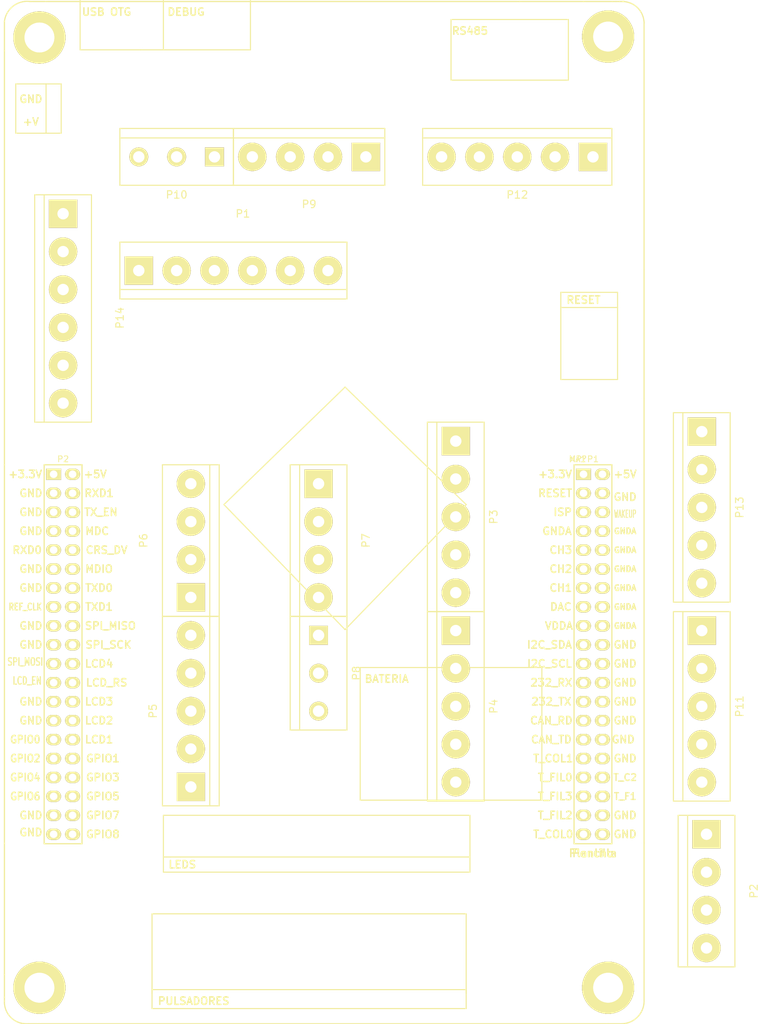
<source format=kicad_pcb>
(kicad_pcb (version 4) (host pcbnew "(2015-05-19 BZR 5670)-product")

  (general
    (links 90)
    (no_connects 90)
    (area 0 0 0 0)
    (thickness 1.6)
    (drawings 0)
    (tracks 0)
    (zones 0)
    (modules 16)
    (nets 45)
  )

  (page A4)
  (title_block
    (title "Poncho Grande - Modelo / Ejemplo")
    (date "mar 29 sep 2015")
    (rev 1.0)
    (company "Proyecto CIAA - COMPUTADORA INDUSTRIAL ABIERTA ARGENTINA")
    (comment 1 "Autores: Ver '../doc/CAMBIOS.txt'   Licencia: Ver '../doc/LICENCIA.txt'")
  )

  (layers
    (0 F.Cu signal)
    (31 B.Cu signal)
    (32 B.Adhes user)
    (33 F.Adhes user)
    (34 B.Paste user)
    (35 F.Paste user)
    (36 B.SilkS user)
    (37 F.SilkS user)
    (38 B.Mask user)
    (39 F.Mask user)
    (40 Dwgs.User user)
    (41 Cmts.User user)
    (42 Eco1.User user)
    (43 Eco2.User user)
    (44 Edge.Cuts user)
    (45 Margin user)
    (46 B.CrtYd user)
    (47 F.CrtYd user)
    (48 B.Fab user)
    (49 F.Fab user)
  )

  (setup
    (last_trace_width 0.25)
    (trace_clearance 0.2)
    (zone_clearance 0.508)
    (zone_45_only no)
    (trace_min 0.2)
    (segment_width 0.2)
    (edge_width 0.15)
    (via_size 0.6)
    (via_drill 0.4)
    (via_min_size 0.4)
    (via_min_drill 0.3)
    (uvia_size 0.3)
    (uvia_drill 0.1)
    (uvias_allowed no)
    (uvia_min_size 0.2)
    (uvia_min_drill 0.1)
    (pcb_text_width 0.3)
    (pcb_text_size 1.5 1.5)
    (mod_edge_width 0.15)
    (mod_text_size 0.000001 0.000001)
    (mod_text_width 0.15)
    (pad_size 1.4 1.4)
    (pad_drill 0.6)
    (pad_to_mask_clearance 0.2)
    (aux_axis_origin 0 0)
    (visible_elements 7FFEFFFF)
    (pcbplotparams
      (layerselection 0x00030_80000001)
      (usegerberextensions false)
      (excludeedgelayer true)
      (linewidth 0.100000)
      (plotframeref false)
      (viasonmask false)
      (mode 1)
      (useauxorigin false)
      (hpglpennumber 1)
      (hpglpenspeed 20)
      (hpglpendiameter 15)
      (hpglpenoverlay 2)
      (psnegative false)
      (psa4output false)
      (plotreference true)
      (plotvalue true)
      (plotinvisibletext false)
      (padsonsilk false)
      (subtractmaskfromsilk false)
      (outputformat 1)
      (mirror false)
      (drillshape 1)
      (scaleselection 1)
      (outputdirectory ""))
  )

  (net 0 "")
  (net 1 "/Circuito Principal/GPIO2")
  (net 2 "/Circuito Principal/GPIO3")
  (net 3 GND)
  (net 4 "/Circuito Principal/GPIO7")
  (net 5 "/Circuito Principal/GPIO8")
  (net 6 "/Circuito Principal/ADC1")
  (net 7 "/Circuito Principal/ADC2")
  (net 8 "/Circuito Principal/ADC3")
  (net 9 "/Circuito Principal/DAC")
  (net 10 GNDA)
  (net 11 "/Circuito Principal/RXD")
  (net 12 +5V)
  (net 13 "/Circuito Principal/TXD")
  (net 14 "/Circuito Principal/COL0")
  (net 15 "/Circuito Principal/COL1")
  (net 16 "/Circuito Principal/COL2")
  (net 17 "/Circuito Principal/F1")
  (net 18 "/Circuito Principal/F2")
  (net 19 "/Circuito Principal/F0")
  (net 20 "/Circuito Principal/F3")
  (net 21 "/Circuito Principal/LCD4")
  (net 22 "/Circuito Principal/LCD_EN")
  (net 23 "/Circuito Principal/RS")
  (net 24 +3.3VP)
  (net 25 "/Circuito Principal/GPIO0")
  (net 26 "/Circuito Principal/RD")
  (net 27 "/Circuito Principal/TD")
  (net 28 "/Circuito Principal/SDA")
  (net 29 "/Conector del Poncho/SCL")
  (net 30 "/Circuito Principal/spiCCK")
  (net 31 "/Circuito Principal/MOSI")
  (net 32 "/Circuito Principal/MISO")
  (net 33 "/Circuito Principal/ISP")
  (net 34 "/Circuito Principal/WAKEUP")
  (net 35 "/Circuito Principal/RESET")
  (net 36 "/Circuito Principal/GPIO4")
  (net 37 "/Circuito Principal/GPIO5")
  (net 38 "/Circuito Principal/GPIO6")
  (net 39 "/Circuito Principal/LCD1")
  (net 40 "/Circuito Principal/LCD2")
  (net 41 "/Circuito Principal/LCD3")
  (net 42 +3.3V)
  (net 43 +5VP)
  (net 44 "/Circuito Principal/GPIO1")

  (net_class Default "This is the default net class."
    (clearance 0.2)
    (trace_width 0.25)
    (via_dia 0.6)
    (via_drill 0.4)
    (uvia_dia 0.3)
    (uvia_drill 0.1)
    (add_net +3.3V)
    (add_net +3.3VP)
    (add_net +5V)
    (add_net +5VP)
    (add_net "/Circuito Principal/ADC1")
    (add_net "/Circuito Principal/ADC2")
    (add_net "/Circuito Principal/ADC3")
    (add_net "/Circuito Principal/COL0")
    (add_net "/Circuito Principal/COL1")
    (add_net "/Circuito Principal/COL2")
    (add_net "/Circuito Principal/DAC")
    (add_net "/Circuito Principal/F0")
    (add_net "/Circuito Principal/F1")
    (add_net "/Circuito Principal/F2")
    (add_net "/Circuito Principal/F3")
    (add_net "/Circuito Principal/GPIO0")
    (add_net "/Circuito Principal/GPIO1")
    (add_net "/Circuito Principal/GPIO2")
    (add_net "/Circuito Principal/GPIO3")
    (add_net "/Circuito Principal/GPIO4")
    (add_net "/Circuito Principal/GPIO5")
    (add_net "/Circuito Principal/GPIO6")
    (add_net "/Circuito Principal/GPIO7")
    (add_net "/Circuito Principal/GPIO8")
    (add_net "/Circuito Principal/ISP")
    (add_net "/Circuito Principal/LCD1")
    (add_net "/Circuito Principal/LCD2")
    (add_net "/Circuito Principal/LCD3")
    (add_net "/Circuito Principal/LCD4")
    (add_net "/Circuito Principal/LCD_EN")
    (add_net "/Circuito Principal/MISO")
    (add_net "/Circuito Principal/MOSI")
    (add_net "/Circuito Principal/RD")
    (add_net "/Circuito Principal/RESET")
    (add_net "/Circuito Principal/RS")
    (add_net "/Circuito Principal/RXD")
    (add_net "/Circuito Principal/SDA")
    (add_net "/Circuito Principal/TD")
    (add_net "/Circuito Principal/TXD")
    (add_net "/Circuito Principal/WAKEUP")
    (add_net "/Circuito Principal/spiCCK")
    (add_net "/Conector del Poncho/SCL")
    (add_net GND)
    (add_net GNDA)
  )

  (module mod:bornier6 (layer F.Cu) (tedit 0) (tstamp 560ADCA2)
    (at 91.44 64.77)
    (descr "Bornier d'alimentation 4 pins")
    (tags DEV)
    (path /560A0C1A/560BF117)
    (fp_text reference P1 (at 1.27 -7.62) (layer F.SilkS)
      (effects (font (size 1 1) (thickness 0.15)))
    )
    (fp_text value CONN_6 (at 0 7.62) (layer F.Fab)
      (effects (font (size 1 1) (thickness 0.15)))
    )
    (fp_line (start -15.24 -3.81) (end -15.24 3.81) (layer F.SilkS) (width 0.15))
    (fp_line (start 15.24 3.81) (end 15.24 -3.81) (layer F.SilkS) (width 0.15))
    (fp_line (start -15.24 2.54) (end 15.24 2.54) (layer F.SilkS) (width 0.15))
    (fp_line (start -15.24 -3.81) (end 15.24 -3.81) (layer F.SilkS) (width 0.15))
    (fp_line (start -15.24 3.81) (end 15.24 3.81) (layer F.SilkS) (width 0.15))
    (pad 2 thru_hole circle (at -7.62 0) (size 3.81 3.81) (drill 1.524) (layers *.Cu *.Mask F.SilkS)
      (net 6 "/Circuito Principal/ADC1"))
    (pad 3 thru_hole circle (at -2.54 0) (size 3.81 3.81) (drill 1.524) (layers *.Cu *.Mask F.SilkS)
      (net 7 "/Circuito Principal/ADC2"))
    (pad 1 thru_hole rect (at -12.7 0) (size 3.81 3.81) (drill 1.524) (layers *.Cu *.Mask F.SilkS)
      (net 42 +3.3V))
    (pad 4 thru_hole circle (at 2.54 0) (size 3.81 3.81) (drill 1.524) (layers *.Cu *.Mask F.SilkS)
      (net 8 "/Circuito Principal/ADC3"))
    (pad 5 thru_hole circle (at 7.62 0) (size 3.81 3.81) (drill 1.524) (layers *.Cu *.Mask F.SilkS)
      (net 9 "/Circuito Principal/DAC"))
    (pad 6 thru_hole circle (at 12.7 0) (size 3.81 3.81) (drill 1.524) (layers *.Cu *.Mask F.SilkS)
      (net 10 GNDA))
    (model Connect.3dshapes/bornier6.wrl
      (at (xyz 0 0 0))
      (scale (xyz 1 1 1))
      (rotate (xyz 0 0 0))
    )
  )

  (module mod:bornier4 (layer F.Cu) (tedit 0) (tstamp 560ADCAF)
    (at 154.94 147.955 270)
    (descr "Bornier d'alimentation 4 pins")
    (tags DEV)
    (path /560A0C1A/560B3E7A)
    (fp_text reference P2 (at 0 -6.35 270) (layer F.SilkS)
      (effects (font (size 1 1) (thickness 0.15)))
    )
    (fp_text value CONN_4 (at 0 5.08 270) (layer F.Fab)
      (effects (font (size 1 1) (thickness 0.15)))
    )
    (fp_line (start -10.16 -3.81) (end -10.16 3.81) (layer F.SilkS) (width 0.15))
    (fp_line (start 10.16 3.81) (end 10.16 -3.81) (layer F.SilkS) (width 0.15))
    (fp_line (start 10.16 2.54) (end -10.16 2.54) (layer F.SilkS) (width 0.15))
    (fp_line (start -10.16 -3.81) (end 10.16 -3.81) (layer F.SilkS) (width 0.15))
    (fp_line (start -10.16 3.81) (end 10.16 3.81) (layer F.SilkS) (width 0.15))
    (pad 2 thru_hole circle (at -2.54 0 270) (size 3.81 3.81) (drill 1.524) (layers *.Cu *.Mask F.SilkS)
      (net 33 "/Circuito Principal/ISP"))
    (pad 3 thru_hole circle (at 2.54 0 270) (size 3.81 3.81) (drill 1.524) (layers *.Cu *.Mask F.SilkS)
      (net 34 "/Circuito Principal/WAKEUP"))
    (pad 1 thru_hole rect (at -7.62 0 270) (size 3.81 3.81) (drill 1.524) (layers *.Cu *.Mask F.SilkS)
      (net 35 "/Circuito Principal/RESET"))
    (pad 4 thru_hole circle (at 7.62 0 270) (size 3.81 3.81) (drill 1.524) (layers *.Cu *.Mask F.SilkS)
      (net 3 GND))
    (model Connect.3dshapes/bornier4.wrl
      (at (xyz 0 0 0))
      (scale (xyz 1 1 1))
      (rotate (xyz 0 0 0))
    )
  )

  (module mod:bornier5 (layer F.Cu) (tedit 0) (tstamp 560ADCBD)
    (at 121.285 97.79 270)
    (descr "Bornier d'alimentation 4 pins")
    (tags DEV)
    (path /560A0C1A/560AC334)
    (fp_text reference P3 (at 0 -5.08 270) (layer F.SilkS)
      (effects (font (size 1 1) (thickness 0.15)))
    )
    (fp_text value CONN_5 (at 0 5.08 270) (layer F.Fab)
      (effects (font (size 1 1) (thickness 0.15)))
    )
    (fp_line (start -12.7 3.81) (end 12.7 3.81) (layer F.SilkS) (width 0.15))
    (fp_line (start -12.7 2.54) (end 12.7 2.54) (layer F.SilkS) (width 0.15))
    (fp_line (start -12.7 -3.81) (end 12.7 -3.81) (layer F.SilkS) (width 0.15))
    (fp_line (start 12.7 -3.81) (end 12.7 3.81) (layer F.SilkS) (width 0.15))
    (fp_line (start -12.7 -3.81) (end -12.7 3.81) (layer F.SilkS) (width 0.15))
    (pad 2 thru_hole circle (at -5.08 0 270) (size 3.81 3.81) (drill 1.524) (layers *.Cu *.Mask F.SilkS)
      (net 42 +3.3V))
    (pad 3 thru_hole circle (at 0 0 270) (size 3.81 3.81) (drill 1.524) (layers *.Cu *.Mask F.SilkS)
      (net 14 "/Circuito Principal/COL0"))
    (pad 1 thru_hole rect (at -10.16 0 270) (size 3.81 3.81) (drill 1.524) (layers *.Cu *.Mask F.SilkS)
      (net 12 +5V))
    (pad 4 thru_hole circle (at 5.08 0 270) (size 3.81 3.81) (drill 1.524) (layers *.Cu *.Mask F.SilkS)
      (net 15 "/Circuito Principal/COL1"))
    (pad 5 thru_hole circle (at 10.16 0 270) (size 3.81 3.81) (drill 1.524) (layers *.Cu *.Mask F.SilkS)
      (net 16 "/Circuito Principal/COL2"))
    (model Connect.3dshapes/bornier5.wrl
      (at (xyz 0 0 0))
      (scale (xyz 1 1 1))
      (rotate (xyz 0 0 0))
    )
  )

  (module mod:bornier5 (layer F.Cu) (tedit 0) (tstamp 560ADCCB)
    (at 121.285 123.19 270)
    (descr "Bornier d'alimentation 4 pins")
    (tags DEV)
    (path /560A0C1A/560ACD76)
    (fp_text reference P4 (at 0 -5.08 270) (layer F.SilkS)
      (effects (font (size 1 1) (thickness 0.15)))
    )
    (fp_text value CONN_5 (at 0 5.08 270) (layer F.Fab)
      (effects (font (size 1 1) (thickness 0.15)))
    )
    (fp_line (start -12.7 3.81) (end 12.7 3.81) (layer F.SilkS) (width 0.15))
    (fp_line (start -12.7 2.54) (end 12.7 2.54) (layer F.SilkS) (width 0.15))
    (fp_line (start -12.7 -3.81) (end 12.7 -3.81) (layer F.SilkS) (width 0.15))
    (fp_line (start 12.7 -3.81) (end 12.7 3.81) (layer F.SilkS) (width 0.15))
    (fp_line (start -12.7 -3.81) (end -12.7 3.81) (layer F.SilkS) (width 0.15))
    (pad 2 thru_hole circle (at -5.08 0 270) (size 3.81 3.81) (drill 1.524) (layers *.Cu *.Mask F.SilkS)
      (net 17 "/Circuito Principal/F1"))
    (pad 3 thru_hole circle (at 0 0 270) (size 3.81 3.81) (drill 1.524) (layers *.Cu *.Mask F.SilkS)
      (net 18 "/Circuito Principal/F2"))
    (pad 1 thru_hole rect (at -10.16 0 270) (size 3.81 3.81) (drill 1.524) (layers *.Cu *.Mask F.SilkS)
      (net 19 "/Circuito Principal/F0"))
    (pad 4 thru_hole circle (at 5.08 0 270) (size 3.81 3.81) (drill 1.524) (layers *.Cu *.Mask F.SilkS)
      (net 20 "/Circuito Principal/F3"))
    (pad 5 thru_hole circle (at 10.16 0 270) (size 3.81 3.81) (drill 1.524) (layers *.Cu *.Mask F.SilkS)
      (net 3 GND))
    (model Connect.3dshapes/bornier5.wrl
      (at (xyz 0 0 0))
      (scale (xyz 1 1 1))
      (rotate (xyz 0 0 0))
    )
  )

  (module mod:bornier5 (layer F.Cu) (tedit 0) (tstamp 560ADCD9)
    (at 85.725 123.825 90)
    (descr "Bornier d'alimentation 4 pins")
    (tags DEV)
    (path /560A0C1A/560A4FF4)
    (fp_text reference P5 (at 0 -5.08 90) (layer F.SilkS)
      (effects (font (size 1 1) (thickness 0.15)))
    )
    (fp_text value CONN_5 (at 0 5.08 90) (layer F.Fab)
      (effects (font (size 1 1) (thickness 0.15)))
    )
    (fp_line (start -12.7 3.81) (end 12.7 3.81) (layer F.SilkS) (width 0.15))
    (fp_line (start -12.7 2.54) (end 12.7 2.54) (layer F.SilkS) (width 0.15))
    (fp_line (start -12.7 -3.81) (end 12.7 -3.81) (layer F.SilkS) (width 0.15))
    (fp_line (start 12.7 -3.81) (end 12.7 3.81) (layer F.SilkS) (width 0.15))
    (fp_line (start -12.7 -3.81) (end -12.7 3.81) (layer F.SilkS) (width 0.15))
    (pad 2 thru_hole circle (at -5.08 0 90) (size 3.81 3.81) (drill 1.524) (layers *.Cu *.Mask F.SilkS)
      (net 24 +3.3VP))
    (pad 3 thru_hole circle (at 0 0 90) (size 3.81 3.81) (drill 1.524) (layers *.Cu *.Mask F.SilkS)
      (net 39 "/Circuito Principal/LCD1"))
    (pad 1 thru_hole rect (at -10.16 0 90) (size 3.81 3.81) (drill 1.524) (layers *.Cu *.Mask F.SilkS)
      (net 43 +5VP))
    (pad 4 thru_hole circle (at 5.08 0 90) (size 3.81 3.81) (drill 1.524) (layers *.Cu *.Mask F.SilkS)
      (net 40 "/Circuito Principal/LCD2"))
    (pad 5 thru_hole circle (at 10.16 0 90) (size 3.81 3.81) (drill 1.524) (layers *.Cu *.Mask F.SilkS)
      (net 41 "/Circuito Principal/LCD3"))
    (model Connect.3dshapes/bornier5.wrl
      (at (xyz 0 0 0))
      (scale (xyz 1 1 1))
      (rotate (xyz 0 0 0))
    )
  )

  (module mod:bornier4 (layer F.Cu) (tedit 0) (tstamp 560ADCE6)
    (at 85.725 100.965 90)
    (descr "Bornier d'alimentation 4 pins")
    (tags DEV)
    (path /560A0C1A/560A4FE0)
    (fp_text reference P6 (at 0 -6.35 90) (layer F.SilkS)
      (effects (font (size 1 1) (thickness 0.15)))
    )
    (fp_text value CONN_4 (at 0 5.08 90) (layer F.Fab)
      (effects (font (size 1 1) (thickness 0.15)))
    )
    (fp_line (start -10.16 -3.81) (end -10.16 3.81) (layer F.SilkS) (width 0.15))
    (fp_line (start 10.16 3.81) (end 10.16 -3.81) (layer F.SilkS) (width 0.15))
    (fp_line (start 10.16 2.54) (end -10.16 2.54) (layer F.SilkS) (width 0.15))
    (fp_line (start -10.16 -3.81) (end 10.16 -3.81) (layer F.SilkS) (width 0.15))
    (fp_line (start -10.16 3.81) (end 10.16 3.81) (layer F.SilkS) (width 0.15))
    (pad 2 thru_hole circle (at -2.54 0 90) (size 3.81 3.81) (drill 1.524) (layers *.Cu *.Mask F.SilkS)
      (net 22 "/Circuito Principal/LCD_EN"))
    (pad 3 thru_hole circle (at 2.54 0 90) (size 3.81 3.81) (drill 1.524) (layers *.Cu *.Mask F.SilkS)
      (net 23 "/Circuito Principal/RS"))
    (pad 1 thru_hole rect (at -7.62 0 90) (size 3.81 3.81) (drill 1.524) (layers *.Cu *.Mask F.SilkS)
      (net 21 "/Circuito Principal/LCD4"))
    (pad 4 thru_hole circle (at 7.62 0 90) (size 3.81 3.81) (drill 1.524) (layers *.Cu *.Mask F.SilkS)
      (net 3 GND))
    (model Connect.3dshapes/bornier4.wrl
      (at (xyz 0 0 0))
      (scale (xyz 1 1 1))
      (rotate (xyz 0 0 0))
    )
  )

  (module mod:bornier4 (layer F.Cu) (tedit 0) (tstamp 560ADCF3)
    (at 102.87 100.965 270)
    (descr "Bornier d'alimentation 4 pins")
    (tags DEV)
    (path /560A0C1A/560A4F90)
    (fp_text reference P7 (at 0 -6.35 270) (layer F.SilkS)
      (effects (font (size 1 1) (thickness 0.15)))
    )
    (fp_text value CONN_4 (at 0 5.08 270) (layer F.Fab)
      (effects (font (size 1 1) (thickness 0.15)))
    )
    (fp_line (start -10.16 -3.81) (end -10.16 3.81) (layer F.SilkS) (width 0.15))
    (fp_line (start 10.16 3.81) (end 10.16 -3.81) (layer F.SilkS) (width 0.15))
    (fp_line (start 10.16 2.54) (end -10.16 2.54) (layer F.SilkS) (width 0.15))
    (fp_line (start -10.16 -3.81) (end 10.16 -3.81) (layer F.SilkS) (width 0.15))
    (fp_line (start -10.16 3.81) (end 10.16 3.81) (layer F.SilkS) (width 0.15))
    (pad 2 thru_hole circle (at -2.54 0 270) (size 3.81 3.81) (drill 1.524) (layers *.Cu *.Mask F.SilkS)
      (net 24 +3.3VP))
    (pad 3 thru_hole circle (at 2.54 0 270) (size 3.81 3.81) (drill 1.524) (layers *.Cu *.Mask F.SilkS)
      (net 25 "/Circuito Principal/GPIO0"))
    (pad 1 thru_hole rect (at -7.62 0 270) (size 3.81 3.81) (drill 1.524) (layers *.Cu *.Mask F.SilkS)
      (net 43 +5VP))
    (pad 4 thru_hole circle (at 7.62 0 270) (size 3.81 3.81) (drill 1.524) (layers *.Cu *.Mask F.SilkS)
      (net 44 "/Circuito Principal/GPIO1"))
    (model Connect.3dshapes/bornier4.wrl
      (at (xyz 0 0 0))
      (scale (xyz 1 1 1))
      (rotate (xyz 0 0 0))
    )
  )

  (module mod:bornier3 (layer F.Cu) (tedit 0) (tstamp 560ADCFF)
    (at 102.87 118.745 270)
    (descr "Bornier d'alimentation 3 pins")
    (tags DEV)
    (path /560A0C1A/560A4FA4)
    (fp_text reference P8 (at 0 -5.08 270) (layer F.SilkS)
      (effects (font (size 1 1) (thickness 0.15)))
    )
    (fp_text value CONN_3 (at 0 5.08 270) (layer F.Fab)
      (effects (font (size 1 1) (thickness 0.15)))
    )
    (fp_line (start -7.62 3.81) (end -7.62 -3.81) (layer F.SilkS) (width 0.15))
    (fp_line (start 7.62 3.81) (end 7.62 -3.81) (layer F.SilkS) (width 0.15))
    (fp_line (start -7.62 2.54) (end 7.62 2.54) (layer F.SilkS) (width 0.15))
    (fp_line (start -7.62 -3.81) (end 7.62 -3.81) (layer F.SilkS) (width 0.15))
    (fp_line (start -7.62 3.81) (end 7.62 3.81) (layer F.SilkS) (width 0.15))
    (pad 1 thru_hole rect (at -5.08 0 270) (size 2.54 2.54) (drill 1.524) (layers *.Cu *.Mask F.SilkS)
      (net 1 "/Circuito Principal/GPIO2"))
    (pad 2 thru_hole circle (at 0 0 270) (size 2.54 2.54) (drill 1.524) (layers *.Cu *.Mask F.SilkS)
      (net 2 "/Circuito Principal/GPIO3"))
    (pad 3 thru_hole circle (at 5.08 0 270) (size 2.54 2.54) (drill 1.524) (layers *.Cu *.Mask F.SilkS)
      (net 3 GND))
    (model Connect.3dshapes/bornier3.wrl
      (at (xyz 0 0 0))
      (scale (xyz 1 1 1))
      (rotate (xyz 0 0 0))
    )
  )

  (module mod:bornier4 (layer F.Cu) (tedit 0) (tstamp 560ADD0C)
    (at 101.6 49.53 180)
    (descr "Bornier d'alimentation 4 pins")
    (tags DEV)
    (path /560A0C1A/560A4FB8)
    (fp_text reference P9 (at 0 -6.35 180) (layer F.SilkS)
      (effects (font (size 1 1) (thickness 0.15)))
    )
    (fp_text value CONN_4 (at 0 5.08 180) (layer F.Fab)
      (effects (font (size 1 1) (thickness 0.15)))
    )
    (fp_line (start -10.16 -3.81) (end -10.16 3.81) (layer F.SilkS) (width 0.15))
    (fp_line (start 10.16 3.81) (end 10.16 -3.81) (layer F.SilkS) (width 0.15))
    (fp_line (start 10.16 2.54) (end -10.16 2.54) (layer F.SilkS) (width 0.15))
    (fp_line (start -10.16 -3.81) (end 10.16 -3.81) (layer F.SilkS) (width 0.15))
    (fp_line (start -10.16 3.81) (end 10.16 3.81) (layer F.SilkS) (width 0.15))
    (pad 2 thru_hole circle (at -2.54 0 180) (size 3.81 3.81) (drill 1.524) (layers *.Cu *.Mask F.SilkS)
      (net 36 "/Circuito Principal/GPIO4"))
    (pad 3 thru_hole circle (at 2.54 0 180) (size 3.81 3.81) (drill 1.524) (layers *.Cu *.Mask F.SilkS)
      (net 37 "/Circuito Principal/GPIO5"))
    (pad 1 thru_hole rect (at -7.62 0 180) (size 3.81 3.81) (drill 1.524) (layers *.Cu *.Mask F.SilkS)
      (net 43 +5VP))
    (pad 4 thru_hole circle (at 7.62 0 180) (size 3.81 3.81) (drill 1.524) (layers *.Cu *.Mask F.SilkS)
      (net 38 "/Circuito Principal/GPIO6"))
    (model Connect.3dshapes/bornier4.wrl
      (at (xyz 0 0 0))
      (scale (xyz 1 1 1))
      (rotate (xyz 0 0 0))
    )
  )

  (module mod:bornier3 (layer F.Cu) (tedit 0) (tstamp 560ADD18)
    (at 83.82 49.53 180)
    (descr "Bornier d'alimentation 3 pins")
    (tags DEV)
    (path /560A0C1A/560A4FCC)
    (fp_text reference P10 (at 0 -5.08 180) (layer F.SilkS)
      (effects (font (size 1 1) (thickness 0.15)))
    )
    (fp_text value CONN_3 (at 0 5.08 180) (layer F.Fab)
      (effects (font (size 1 1) (thickness 0.15)))
    )
    (fp_line (start -7.62 3.81) (end -7.62 -3.81) (layer F.SilkS) (width 0.15))
    (fp_line (start 7.62 3.81) (end 7.62 -3.81) (layer F.SilkS) (width 0.15))
    (fp_line (start -7.62 2.54) (end 7.62 2.54) (layer F.SilkS) (width 0.15))
    (fp_line (start -7.62 -3.81) (end 7.62 -3.81) (layer F.SilkS) (width 0.15))
    (fp_line (start -7.62 3.81) (end 7.62 3.81) (layer F.SilkS) (width 0.15))
    (pad 1 thru_hole rect (at -5.08 0 180) (size 2.54 2.54) (drill 1.524) (layers *.Cu *.Mask F.SilkS)
      (net 4 "/Circuito Principal/GPIO7"))
    (pad 2 thru_hole circle (at 0 0 180) (size 2.54 2.54) (drill 1.524) (layers *.Cu *.Mask F.SilkS)
      (net 5 "/Circuito Principal/GPIO8"))
    (pad 3 thru_hole circle (at 5.08 0 180) (size 2.54 2.54) (drill 1.524) (layers *.Cu *.Mask F.SilkS)
      (net 3 GND))
    (model Connect.3dshapes/bornier3.wrl
      (at (xyz 0 0 0))
      (scale (xyz 1 1 1))
      (rotate (xyz 0 0 0))
    )
  )

  (module mod:bornier5 (layer F.Cu) (tedit 0) (tstamp 560ADD26)
    (at 154.305 123.19 270)
    (descr "Bornier d'alimentation 4 pins")
    (tags DEV)
    (path /560A0C1A/560ACFE4)
    (fp_text reference P11 (at 0 -5.08 270) (layer F.SilkS)
      (effects (font (size 1 1) (thickness 0.15)))
    )
    (fp_text value CONN_5 (at 0 5.08 270) (layer F.Fab)
      (effects (font (size 1 1) (thickness 0.15)))
    )
    (fp_line (start -12.7 3.81) (end 12.7 3.81) (layer F.SilkS) (width 0.15))
    (fp_line (start -12.7 2.54) (end 12.7 2.54) (layer F.SilkS) (width 0.15))
    (fp_line (start -12.7 -3.81) (end 12.7 -3.81) (layer F.SilkS) (width 0.15))
    (fp_line (start 12.7 -3.81) (end 12.7 3.81) (layer F.SilkS) (width 0.15))
    (fp_line (start -12.7 -3.81) (end -12.7 3.81) (layer F.SilkS) (width 0.15))
    (pad 2 thru_hole circle (at -5.08 0 270) (size 3.81 3.81) (drill 1.524) (layers *.Cu *.Mask F.SilkS)
      (net 42 +3.3V))
    (pad 3 thru_hole circle (at 0 0 270) (size 3.81 3.81) (drill 1.524) (layers *.Cu *.Mask F.SilkS)
      (net 26 "/Circuito Principal/RD"))
    (pad 1 thru_hole rect (at -10.16 0 270) (size 3.81 3.81) (drill 1.524) (layers *.Cu *.Mask F.SilkS)
      (net 12 +5V))
    (pad 4 thru_hole circle (at 5.08 0 270) (size 3.81 3.81) (drill 1.524) (layers *.Cu *.Mask F.SilkS)
      (net 27 "/Circuito Principal/TD"))
    (pad 5 thru_hole circle (at 10.16 0 270) (size 3.81 3.81) (drill 1.524) (layers *.Cu *.Mask F.SilkS)
      (net 3 GND))
    (model Connect.3dshapes/bornier5.wrl
      (at (xyz 0 0 0))
      (scale (xyz 1 1 1))
      (rotate (xyz 0 0 0))
    )
  )

  (module mod:bornier5 (layer F.Cu) (tedit 0) (tstamp 560ADD34)
    (at 129.54 49.53 180)
    (descr "Bornier d'alimentation 4 pins")
    (tags DEV)
    (path /560A0C1A/560ACF78)
    (fp_text reference P12 (at 0 -5.08 180) (layer F.SilkS)
      (effects (font (size 1 1) (thickness 0.15)))
    )
    (fp_text value CONN_5 (at 0 5.08 180) (layer F.Fab)
      (effects (font (size 1 1) (thickness 0.15)))
    )
    (fp_line (start -12.7 3.81) (end 12.7 3.81) (layer F.SilkS) (width 0.15))
    (fp_line (start -12.7 2.54) (end 12.7 2.54) (layer F.SilkS) (width 0.15))
    (fp_line (start -12.7 -3.81) (end 12.7 -3.81) (layer F.SilkS) (width 0.15))
    (fp_line (start 12.7 -3.81) (end 12.7 3.81) (layer F.SilkS) (width 0.15))
    (fp_line (start -12.7 -3.81) (end -12.7 3.81) (layer F.SilkS) (width 0.15))
    (pad 2 thru_hole circle (at -5.08 0 180) (size 3.81 3.81) (drill 1.524) (layers *.Cu *.Mask F.SilkS)
      (net 42 +3.3V))
    (pad 3 thru_hole circle (at 0 0 180) (size 3.81 3.81) (drill 1.524) (layers *.Cu *.Mask F.SilkS)
      (net 28 "/Circuito Principal/SDA"))
    (pad 1 thru_hole rect (at -10.16 0 180) (size 3.81 3.81) (drill 1.524) (layers *.Cu *.Mask F.SilkS)
      (net 12 +5V))
    (pad 4 thru_hole circle (at 5.08 0 180) (size 3.81 3.81) (drill 1.524) (layers *.Cu *.Mask F.SilkS)
      (net 29 "/Conector del Poncho/SCL"))
    (pad 5 thru_hole circle (at 10.16 0 180) (size 3.81 3.81) (drill 1.524) (layers *.Cu *.Mask F.SilkS)
      (net 3 GND))
    (model Connect.3dshapes/bornier5.wrl
      (at (xyz 0 0 0))
      (scale (xyz 1 1 1))
      (rotate (xyz 0 0 0))
    )
  )

  (module mod:bornier5 (layer F.Cu) (tedit 0) (tstamp 560ADD42)
    (at 154.305 96.52 270)
    (descr "Bornier d'alimentation 4 pins")
    (tags DEV)
    (path /560A0C1A/560ACEFB)
    (fp_text reference P13 (at 0 -5.08 270) (layer F.SilkS)
      (effects (font (size 1 1) (thickness 0.15)))
    )
    (fp_text value CONN_5 (at 0 5.08 270) (layer F.Fab)
      (effects (font (size 1 1) (thickness 0.15)))
    )
    (fp_line (start -12.7 3.81) (end 12.7 3.81) (layer F.SilkS) (width 0.15))
    (fp_line (start -12.7 2.54) (end 12.7 2.54) (layer F.SilkS) (width 0.15))
    (fp_line (start -12.7 -3.81) (end 12.7 -3.81) (layer F.SilkS) (width 0.15))
    (fp_line (start 12.7 -3.81) (end 12.7 3.81) (layer F.SilkS) (width 0.15))
    (fp_line (start -12.7 -3.81) (end -12.7 3.81) (layer F.SilkS) (width 0.15))
    (pad 2 thru_hole circle (at -5.08 0 270) (size 3.81 3.81) (drill 1.524) (layers *.Cu *.Mask F.SilkS)
      (net 42 +3.3V))
    (pad 3 thru_hole circle (at 0 0 270) (size 3.81 3.81) (drill 1.524) (layers *.Cu *.Mask F.SilkS)
      (net 11 "/Circuito Principal/RXD"))
    (pad 1 thru_hole rect (at -10.16 0 270) (size 3.81 3.81) (drill 1.524) (layers *.Cu *.Mask F.SilkS)
      (net 12 +5V))
    (pad 4 thru_hole circle (at 5.08 0 270) (size 3.81 3.81) (drill 1.524) (layers *.Cu *.Mask F.SilkS)
      (net 13 "/Circuito Principal/TXD"))
    (pad 5 thru_hole circle (at 10.16 0 270) (size 3.81 3.81) (drill 1.524) (layers *.Cu *.Mask F.SilkS)
      (net 3 GND))
    (model Connect.3dshapes/bornier5.wrl
      (at (xyz 0 0 0))
      (scale (xyz 1 1 1))
      (rotate (xyz 0 0 0))
    )
  )

  (module mod:bornier6 (layer F.Cu) (tedit 0) (tstamp 560ADD51)
    (at 68.58 69.85 270)
    (descr "Bornier d'alimentation 4 pins")
    (tags DEV)
    (path /560A0C1A/560AC673)
    (fp_text reference P14 (at 1.27 -7.62 270) (layer F.SilkS)
      (effects (font (size 1 1) (thickness 0.15)))
    )
    (fp_text value CONN_6 (at 0 7.62 270) (layer F.Fab)
      (effects (font (size 1 1) (thickness 0.15)))
    )
    (fp_line (start -15.24 -3.81) (end -15.24 3.81) (layer F.SilkS) (width 0.15))
    (fp_line (start 15.24 3.81) (end 15.24 -3.81) (layer F.SilkS) (width 0.15))
    (fp_line (start -15.24 2.54) (end 15.24 2.54) (layer F.SilkS) (width 0.15))
    (fp_line (start -15.24 -3.81) (end 15.24 -3.81) (layer F.SilkS) (width 0.15))
    (fp_line (start -15.24 3.81) (end 15.24 3.81) (layer F.SilkS) (width 0.15))
    (pad 2 thru_hole circle (at -7.62 0 270) (size 3.81 3.81) (drill 1.524) (layers *.Cu *.Mask F.SilkS)
      (net 24 +3.3VP))
    (pad 3 thru_hole circle (at -2.54 0 270) (size 3.81 3.81) (drill 1.524) (layers *.Cu *.Mask F.SilkS)
      (net 30 "/Circuito Principal/spiCCK"))
    (pad 1 thru_hole rect (at -12.7 0 270) (size 3.81 3.81) (drill 1.524) (layers *.Cu *.Mask F.SilkS)
      (net 43 +5VP))
    (pad 4 thru_hole circle (at 2.54 0 270) (size 3.81 3.81) (drill 1.524) (layers *.Cu *.Mask F.SilkS)
      (net 31 "/Circuito Principal/MOSI"))
    (pad 5 thru_hole circle (at 7.62 0 270) (size 3.81 3.81) (drill 1.524) (layers *.Cu *.Mask F.SilkS)
      (net 32 "/Circuito Principal/MISO"))
    (pad 6 thru_hole circle (at 12.7 0 270) (size 3.81 3.81) (drill 1.524) (layers *.Cu *.Mask F.SilkS)
      (net 3 GND))
    (model Connect.3dshapes/bornier6.wrl
      (at (xyz 0 0 0))
      (scale (xyz 1 1 1))
      (rotate (xyz 0 0 0))
    )
  )

  (module mod:poncho_grande (layer F.Cu) (tedit 0) (tstamp 560ADE24)
    (at 138.43 92.075)
    (tags CONN)
    (path /560A0C15/560A30D2)
    (fp_text reference XA1 (at -0.762 -2.032 180) (layer F.SilkS)
      (effects (font (size 0.8 0.8) (thickness 0.12)))
    )
    (fp_text value Poncho (at 1.27 50.8) (layer F.SilkS)
      (effects (font (size 1.016 1.016) (thickness 0.2032)))
    )
    (fp_arc (start -74.803 70.739) (end -74.93 73.66) (angle 90) (layer F.SilkS) (width 0.15))
    (fp_arc (start 5.08 70.612) (end 8.128 70.485) (angle 90) (layer F.SilkS) (width 0.15))
    (fp_arc (start 5.207 -60.452) (end 5.207 -63.373) (angle 90) (layer F.SilkS) (width 0.15))
    (fp_line (start -77.724 -60.706) (end -77.724 -56.769) (layer F.SilkS) (width 0.15))
    (fp_line (start -72.263 -63.373) (end -74.295 -63.373) (layer F.SilkS) (width 0.15))
    (fp_arc (start -74.676 -60.325) (end -77.724 -60.706) (angle 90) (layer F.SilkS) (width 0.15))
    (fp_line (start 5.461 -63.373) (end 4.826 -63.373) (layer F.SilkS) (width 0.15))
    (fp_line (start 8.128 -60.579) (end 8.128 -60.706) (layer F.SilkS) (width 0.15))
    (fp_line (start 8.128 -60.706) (end 8.128 -60.452) (layer F.SilkS) (width 0.15))
    (fp_line (start 3.937 -63.373) (end 4.826 -63.373) (layer F.SilkS) (width 0.15))
    (fp_line (start 0 -63.373) (end 3.937 -63.373) (layer F.SilkS) (width 0.15))
    (fp_line (start 8.128 -58.293) (end 8.128 -60.579) (layer F.SilkS) (width 0.15))
    (fp_line (start 0 -63.373) (end -8.636 -63.373) (layer F.SilkS) (width 0.15))
    (fp_line (start -8.636 -63.373) (end -72.136 -63.373) (layer F.SilkS) (width 0.15))
    (fp_line (start -77.724 -1.27) (end -77.724 -56.769) (layer F.SilkS) (width 0.15))
    (fp_line (start 8.128 -1.27) (end 8.128 -10.16) (layer F.SilkS) (width 0.15))
    (fp_line (start 8.128 -10.16) (end 8.128 -27.432) (layer F.SilkS) (width 0.15))
    (fp_line (start 8.128 -27.432) (end 8.128 -48.26) (layer F.SilkS) (width 0.15))
    (fp_line (start 8.128 -48.26) (end 8.128 -55.499) (layer F.SilkS) (width 0.15))
    (fp_line (start 8.128 -55.499) (end 8.128 -58.293) (layer F.SilkS) (width 0.15))
    (fp_line (start -77.724 70.612) (end -77.724 70.104) (layer F.SilkS) (width 0.15))
    (fp_line (start -74.422 73.66) (end -74.93 73.66) (layer F.SilkS) (width 0.15))
    (fp_line (start -73.025 73.66) (end -74.422 73.66) (layer F.SilkS) (width 0.15))
    (fp_line (start -77.724 67.056) (end -77.724 70.104) (layer F.SilkS) (width 0.15))
    (fp_line (start 3.302 73.66) (end 5.207 73.66) (layer F.SilkS) (width 0.15))
    (fp_line (start 8.128 66.802) (end 8.128 70.485) (layer F.SilkS) (width 0.15))
    (fp_line (start 8.128 49.403) (end 8.128 66.802) (layer F.SilkS) (width 0.15))
    (fp_line (start -77.724 49.403) (end -77.724 67.056) (layer F.SilkS) (width 0.15))
    (fp_line (start 3.302 73.66) (end -73.025 73.66) (layer F.SilkS) (width 0.15))
    (fp_text user GPIO8 (at -64.516 48.26) (layer F.SilkS)
      (effects (font (size 1 1) (thickness 0.2)))
    )
    (fp_text user GPIO7 (at -64.516 45.72) (layer F.SilkS)
      (effects (font (size 1 1) (thickness 0.2)))
    )
    (fp_text user GPIO5 (at -64.516 43.18) (layer F.SilkS)
      (effects (font (size 1 1) (thickness 0.2)))
    )
    (fp_text user GPIO3 (at -64.516 40.64) (layer F.SilkS)
      (effects (font (size 1 1) (thickness 0.2)))
    )
    (fp_text user GPIO1 (at -64.516 38.1) (layer F.SilkS)
      (effects (font (size 1 1) (thickness 0.2)))
    )
    (fp_text user LCD1 (at -65.024 35.56) (layer F.SilkS)
      (effects (font (size 1 1) (thickness 0.2)))
    )
    (fp_text user LCD2 (at -65.024 33.02) (layer F.SilkS)
      (effects (font (size 1 1) (thickness 0.2)))
    )
    (fp_text user LCD3 (at -65.024 30.48) (layer F.SilkS)
      (effects (font (size 1 1) (thickness 0.2)))
    )
    (fp_text user LCD_RS (at -64.008 27.94) (layer F.SilkS)
      (effects (font (size 1 1) (thickness 0.2)))
    )
    (fp_text user LCD4 (at -65.024 25.4) (layer F.SilkS)
      (effects (font (size 1 1) (thickness 0.2)))
    )
    (fp_text user SPI_SCK (at -63.754 22.86) (layer F.SilkS)
      (effects (font (size 1 1) (thickness 0.2)))
    )
    (fp_text user SPI_MISO (at -63.5 20.32) (layer F.SilkS)
      (effects (font (size 1 1) (thickness 0.2)))
    )
    (fp_text user TXD1 (at -65.024 17.78) (layer F.SilkS)
      (effects (font (size 1 1) (thickness 0.2)))
    )
    (fp_text user TXD0 (at -65.024 15.24) (layer F.SilkS)
      (effects (font (size 1 1) (thickness 0.2)))
    )
    (fp_text user MDIO (at -65.024 12.7) (layer F.SilkS)
      (effects (font (size 1 1) (thickness 0.2)))
    )
    (fp_text user CRS_DV (at -64.008 10.16) (layer F.SilkS)
      (effects (font (size 1 1) (thickness 0.2)))
    )
    (fp_text user MDC (at -65.278 7.62) (layer F.SilkS)
      (effects (font (size 1 1) (thickness 0.2)))
    )
    (fp_text user TX_EN (at -64.77 5.08) (layer F.SilkS)
      (effects (font (size 1 1) (thickness 0.2)))
    )
    (fp_text user RXD1 (at -65.024 2.54) (layer F.SilkS)
      (effects (font (size 1 1) (thickness 0.2)))
    )
    (fp_text user +5V (at -65.532 0) (layer F.SilkS)
      (effects (font (size 1 1) (thickness 0.2)))
    )
    (fp_text user GND (at -74.168 48.006) (layer F.SilkS)
      (effects (font (size 1 1) (thickness 0.2)))
    )
    (fp_text user GND (at -74.168 45.72) (layer F.SilkS)
      (effects (font (size 1 1) (thickness 0.2)))
    )
    (fp_text user GPIO6 (at -74.93 43.18) (layer F.SilkS)
      (effects (font (size 1 0.9) (thickness 0.2)))
    )
    (fp_text user GPIO4 (at -74.93 40.64) (layer F.SilkS)
      (effects (font (size 1 0.9) (thickness 0.2)))
    )
    (fp_text user GPIO2 (at -74.93 38.1) (layer F.SilkS)
      (effects (font (size 1 0.9) (thickness 0.2)))
    )
    (fp_text user GPIO0 (at -74.93 35.56) (layer F.SilkS)
      (effects (font (size 1 0.9) (thickness 0.2)))
    )
    (fp_text user GND (at -74.168 33.02) (layer F.SilkS)
      (effects (font (size 1 1) (thickness 0.2)))
    )
    (fp_text user GND (at -74.168 30.48) (layer F.SilkS)
      (effects (font (size 1 1) (thickness 0.2)))
    )
    (fp_text user LCD_EN (at -74.676 27.686) (layer F.SilkS)
      (effects (font (size 1 0.7) (thickness 0.17)))
    )
    (fp_text user SPI_MOSI (at -74.93 25.146) (layer F.SilkS)
      (effects (font (size 1 0.7) (thickness 0.17)))
    )
    (fp_text user GND (at -74.168 22.86) (layer F.SilkS)
      (effects (font (size 1 1) (thickness 0.2)))
    )
    (fp_text user GND (at -74.168 20.32) (layer F.SilkS)
      (effects (font (size 1 1) (thickness 0.2)))
    )
    (fp_text user REF_CLK (at -74.93 17.78) (layer F.SilkS)
      (effects (font (size 0.9 0.7) (thickness 0.175)))
    )
    (fp_text user GND (at -74.168 15.24) (layer F.SilkS)
      (effects (font (size 1 1) (thickness 0.2)))
    )
    (fp_text user GND (at -74.168 12.7) (layer F.SilkS)
      (effects (font (size 1 1) (thickness 0.2)))
    )
    (fp_text user GND (at -74.168 7.62) (layer F.SilkS)
      (effects (font (size 1 1) (thickness 0.2)))
    )
    (fp_text user RXD0 (at -74.676 10.16) (layer F.SilkS)
      (effects (font (size 1 1) (thickness 0.2)))
    )
    (fp_text user GND (at -74.168 5.08) (layer F.SilkS)
      (effects (font (size 1 1) (thickness 0.2)))
    )
    (fp_text user GND (at -74.168 2.54) (layer F.SilkS)
      (effects (font (size 1 1) (thickness 0.2)))
    )
    (fp_text user +3.3V (at -74.93 0) (layer F.SilkS)
      (effects (font (size 1 1) (thickness 0.2)))
    )
    (fp_text user GND (at 5.588 48.26) (layer F.SilkS)
      (effects (font (size 1 1) (thickness 0.2)))
    )
    (fp_text user GND (at 5.588 45.72) (layer F.SilkS)
      (effects (font (size 1 1) (thickness 0.2)))
    )
    (fp_text user T_F1 (at 5.588 43.18) (layer F.SilkS)
      (effects (font (size 0.9 0.9) (thickness 0.18)))
    )
    (fp_text user T_C2 (at 5.588 40.64) (layer F.SilkS)
      (effects (font (size 0.9 0.9) (thickness 0.18)))
    )
    (fp_text user GND (at 5.588 38.1) (layer F.SilkS)
      (effects (font (size 1 1) (thickness 0.2)))
    )
    (fp_text user GND (at 5.334 35.56) (layer F.SilkS)
      (effects (font (size 1 1) (thickness 0.2)))
    )
    (fp_text user GND (at 5.588 33.02) (layer F.SilkS)
      (effects (font (size 1 1) (thickness 0.2)))
    )
    (fp_text user GND (at 5.588 30.48) (layer F.SilkS)
      (effects (font (size 1 1) (thickness 0.2)))
    )
    (fp_text user GND (at 5.588 27.94) (layer F.SilkS)
      (effects (font (size 1 1) (thickness 0.2)))
    )
    (fp_text user GND (at 5.588 25.4) (layer F.SilkS)
      (effects (font (size 1 1) (thickness 0.2)))
    )
    (fp_text user GND (at 5.588 22.86) (layer F.SilkS)
      (effects (font (size 1 1) (thickness 0.2)))
    )
    (fp_text user GNDA (at 5.588 20.32) (layer F.SilkS)
      (effects (font (size 0.76 0.76) (thickness 0.19)))
    )
    (fp_text user GNDA (at 5.588 17.78) (layer F.SilkS)
      (effects (font (size 0.76 0.76) (thickness 0.19)))
    )
    (fp_text user GNDA (at 5.588 15.24) (layer F.SilkS)
      (effects (font (size 0.76 0.76) (thickness 0.19)))
    )
    (fp_text user GNDA (at 5.588 12.7) (layer F.SilkS)
      (effects (font (size 0.76 0.76) (thickness 0.19)))
    )
    (fp_text user GNDA (at 5.588 10.16) (layer F.SilkS)
      (effects (font (size 0.76 0.76) (thickness 0.19)))
    )
    (fp_text user GNDA (at 5.588 7.62) (layer F.SilkS)
      (effects (font (size 0.76 0.76) (thickness 0.19)))
    )
    (fp_text user WAKEUP (at 5.588 5.334) (layer F.SilkS)
      (effects (font (size 1 0.5) (thickness 0.125)))
    )
    (fp_text user GND (at 5.588 3.048) (layer F.SilkS)
      (effects (font (size 1 1) (thickness 0.2)))
    )
    (fp_text user +5V (at 5.588 0) (layer F.SilkS)
      (effects (font (size 1 1) (thickness 0.2)))
    )
    (fp_text user T_COL0 (at -4.064 48.26) (layer F.SilkS)
      (effects (font (size 1 1) (thickness 0.2)))
    )
    (fp_text user T_FIL2 (at -3.81 45.72) (layer F.SilkS)
      (effects (font (size 1 1) (thickness 0.2)))
    )
    (fp_text user T_FIL3 (at -3.81 43.18) (layer F.SilkS)
      (effects (font (size 1 1) (thickness 0.2)))
    )
    (fp_text user T_FIL0 (at -3.81 40.64) (layer F.SilkS)
      (effects (font (size 1 1) (thickness 0.2)))
    )
    (fp_text user T_COL1 (at -4.064 38.1) (layer F.SilkS)
      (effects (font (size 1 1) (thickness 0.2)))
    )
    (fp_text user CAN_TD (at -4.318 35.56) (layer F.SilkS)
      (effects (font (size 1 1) (thickness 0.2)))
    )
    (fp_text user CAN_RD (at -4.318 33.02) (layer F.SilkS)
      (effects (font (size 1 1) (thickness 0.2)))
    )
    (fp_text user 232_TX (at -4.318 30.48) (layer F.SilkS)
      (effects (font (size 1 1) (thickness 0.2)))
    )
    (fp_text user 232_RX (at -4.318 27.94) (layer F.SilkS)
      (effects (font (size 1 1) (thickness 0.2)))
    )
    (fp_text user I2C_SCL (at -4.572 25.4) (layer F.SilkS)
      (effects (font (size 1 1) (thickness 0.2)))
    )
    (fp_text user I2C_SDA (at -4.572 22.86) (layer F.SilkS)
      (effects (font (size 1 1) (thickness 0.2)))
    )
    (fp_text user VDDA (at -3.302 20.32) (layer F.SilkS)
      (effects (font (size 1 1) (thickness 0.2)))
    )
    (fp_text user DAC (at -3.048 17.78) (layer F.SilkS)
      (effects (font (size 1 1) (thickness 0.2)))
    )
    (fp_text user CH1 (at -3.048 15.24) (layer F.SilkS)
      (effects (font (size 1 1) (thickness 0.2)))
    )
    (fp_text user CH2 (at -3.048 12.7) (layer F.SilkS)
      (effects (font (size 1 1) (thickness 0.2)))
    )
    (fp_text user CH3 (at -3.048 10.16) (layer F.SilkS)
      (effects (font (size 1 1) (thickness 0.2)))
    )
    (fp_text user GNDA (at -3.556 7.62) (layer F.SilkS)
      (effects (font (size 1 1) (thickness 0.2)))
    )
    (fp_text user ISP (at -2.794 5.08) (layer F.SilkS)
      (effects (font (size 1 1) (thickness 0.2)))
    )
    (fp_text user RESET (at -3.81 2.54) (layer F.SilkS)
      (effects (font (size 1 1) (thickness 0.2)))
    )
    (fp_text user P2 (at -69.85 -2.032) (layer F.SilkS)
      (effects (font (size 0.8 0.8) (thickness 0.12)))
    )
    (fp_text user P1 (at 1.27 -2.032) (layer F.SilkS)
      (effects (font (size 0.8 0.8) (thickness 0.12)))
    )
    (fp_line (start -77.724 -1.27) (end -77.724 49.53) (layer F.SilkS) (width 0.15))
    (fp_line (start 8.128 0) (end 8.128 -1.27) (layer F.SilkS) (width 0.15))
    (fp_line (start 8.128 0) (end 8.128 49.53) (layer F.SilkS) (width 0.15))
    (fp_text user +3.3V (at -3.81 0) (layer F.SilkS)
      (effects (font (size 1 1) (thickness 0.2)))
    )
    (fp_line (start -72.39 0) (end -72.39 -1.27) (layer F.SilkS) (width 0.15))
    (fp_line (start -72.39 -1.27) (end -67.31 -1.27) (layer F.SilkS) (width 0.15))
    (fp_line (start -67.31 -1.27) (end -67.31 49.53) (layer F.SilkS) (width 0.15))
    (fp_line (start -67.31 49.53) (end -72.39 49.53) (layer F.SilkS) (width 0.15))
    (fp_line (start -72.39 49.53) (end -72.39 0) (layer F.SilkS) (width 0.15))
    (fp_line (start -1.27 49.53) (end -1.27 -1.27) (layer F.SilkS) (width 0.15))
    (fp_line (start 3.81 49.53) (end 3.81 -1.27) (layer F.SilkS) (width 0.15))
    (fp_line (start 3.81 49.53) (end -1.27 49.53) (layer F.SilkS) (width 0.15))
    (fp_line (start 3.81 -1.27) (end -1.27 -1.27) (layer F.SilkS) (width 0.15))
    (pad 1 thru_hole rect (at 0 0 270) (size 1.524 2) (drill 1.016) (layers *.Cu *.Mask F.SilkS)
      (net 42 +3.3V))
    (pad 2 thru_hole oval (at 2.54 0 270) (size 1.524 2) (drill 1.016) (layers *.Cu *.Mask F.SilkS)
      (net 12 +5V))
    (pad 11 thru_hole oval (at 0 12.7 270) (size 1.524 2) (drill 1.016) (layers *.Cu *.Mask F.SilkS)
      (net 7 "/Circuito Principal/ADC2"))
    (pad 4 thru_hole oval (at 2.54 2.54 270) (size 1.524 2) (drill 1.016) (layers *.Cu *.Mask F.SilkS)
      (net 3 GND))
    (pad 13 thru_hole oval (at 0 15.24 270) (size 1.524 2) (drill 1.016) (layers *.Cu *.Mask F.SilkS)
      (net 6 "/Circuito Principal/ADC1"))
    (pad 6 thru_hole oval (at 2.54 5.08 270) (size 1.524 2) (drill 1.016) (layers *.Cu *.Mask F.SilkS)
      (net 34 "/Circuito Principal/WAKEUP"))
    (pad 15 thru_hole oval (at 0 17.78 270) (size 1.524 2) (drill 1.016) (layers *.Cu *.Mask F.SilkS)
      (net 9 "/Circuito Principal/DAC"))
    (pad 8 thru_hole oval (at 2.54 7.62 270) (size 1.524 2) (drill 1.016) (layers *.Cu *.Mask F.SilkS)
      (net 10 GNDA))
    (pad 17 thru_hole oval (at 0 20.32 270) (size 1.524 2) (drill 1.016) (layers *.Cu *.Mask F.SilkS))
    (pad 10 thru_hole oval (at 2.54 10.16 270) (size 1.524 2) (drill 1.016) (layers *.Cu *.Mask F.SilkS)
      (net 10 GNDA))
    (pad 19 thru_hole oval (at 0 22.86 270) (size 1.524 2) (drill 1.016) (layers *.Cu *.Mask F.SilkS)
      (net 28 "/Circuito Principal/SDA"))
    (pad 12 thru_hole oval (at 2.54 12.7 270) (size 1.524 2) (drill 1.016) (layers *.Cu *.Mask F.SilkS)
      (net 10 GNDA))
    (pad 21 thru_hole oval (at 0 25.4 270) (size 1.524 2) (drill 1.016) (layers *.Cu *.Mask F.SilkS)
      (net 29 "/Conector del Poncho/SCL"))
    (pad 14 thru_hole oval (at 2.54 15.24 270) (size 1.524 2) (drill 1.016) (layers *.Cu *.Mask F.SilkS)
      (net 10 GNDA))
    (pad 23 thru_hole oval (at 0 27.94 270) (size 1.524 2) (drill 1.016) (layers *.Cu *.Mask F.SilkS)
      (net 11 "/Circuito Principal/RXD"))
    (pad 16 thru_hole oval (at 2.54 17.78 270) (size 1.524 2) (drill 1.016) (layers *.Cu *.Mask F.SilkS)
      (net 10 GNDA))
    (pad 25 thru_hole oval (at 0 30.48 270) (size 1.524 2) (drill 1.016) (layers *.Cu *.Mask F.SilkS)
      (net 13 "/Circuito Principal/TXD"))
    (pad 18 thru_hole oval (at 2.54 20.32 270) (size 1.524 2) (drill 1.016) (layers *.Cu *.Mask F.SilkS)
      (net 10 GNDA))
    (pad 27 thru_hole oval (at 0 33.02 270) (size 1.524 2) (drill 1.016) (layers *.Cu *.Mask F.SilkS)
      (net 26 "/Circuito Principal/RD"))
    (pad 20 thru_hole oval (at 2.54 22.86 270) (size 1.524 2) (drill 1.016) (layers *.Cu *.Mask F.SilkS)
      (net 3 GND))
    (pad 29 thru_hole oval (at 0 35.56 270) (size 1.524 2) (drill 1.016) (layers *.Cu *.Mask F.SilkS)
      (net 27 "/Circuito Principal/TD"))
    (pad 22 thru_hole oval (at 2.54 25.4 270) (size 1.524 2) (drill 1.016) (layers *.Cu *.Mask F.SilkS)
      (net 3 GND))
    (pad 31 thru_hole oval (at 0 38.1 270) (size 1.524 2) (drill 1.016) (layers *.Cu *.Mask F.SilkS)
      (net 15 "/Circuito Principal/COL1"))
    (pad 24 thru_hole oval (at 2.54 27.94 270) (size 1.524 2) (drill 1.016) (layers *.Cu *.Mask F.SilkS)
      (net 3 GND))
    (pad 26 thru_hole oval (at 2.54 30.48 270) (size 1.524 2) (drill 1.016) (layers *.Cu *.Mask F.SilkS)
      (net 3 GND))
    (pad 33 thru_hole oval (at 0 40.64 270) (size 1.524 2) (drill 1.016) (layers *.Cu *.Mask F.SilkS)
      (net 19 "/Circuito Principal/F0"))
    (pad 28 thru_hole oval (at 2.54 33.02 270) (size 1.524 2) (drill 1.016) (layers *.Cu *.Mask F.SilkS)
      (net 3 GND))
    (pad 32 thru_hole oval (at 2.54 38.1 270) (size 1.524 2) (drill 1.016) (layers *.Cu *.Mask F.SilkS)
      (net 3 GND))
    (pad 34 thru_hole oval (at 2.54 40.64 270) (size 1.524 2) (drill 1.016) (layers *.Cu *.Mask F.SilkS)
      (net 16 "/Circuito Principal/COL2"))
    (pad 36 thru_hole oval (at 2.54 43.18 270) (size 1.524 2) (drill 1.016) (layers *.Cu *.Mask F.SilkS)
      (net 17 "/Circuito Principal/F1"))
    (pad 38 thru_hole oval (at 2.54 45.72 270) (size 1.524 2) (drill 1.016) (layers *.Cu *.Mask F.SilkS)
      (net 3 GND))
    (pad 35 thru_hole oval (at 0 43.18 270) (size 1.524 2) (drill 1.016) (layers *.Cu *.Mask F.SilkS)
      (net 20 "/Circuito Principal/F3"))
    (pad 37 thru_hole oval (at 0 45.72 270) (size 1.524 2) (drill 1.016) (layers *.Cu *.Mask F.SilkS)
      (net 18 "/Circuito Principal/F2"))
    (pad 3 thru_hole oval (at 0 2.54 270) (size 1.524 2) (drill 1.016) (layers *.Cu *.Mask F.SilkS)
      (net 35 "/Circuito Principal/RESET"))
    (pad 5 thru_hole oval (at 0 5.08 270) (size 1.524 2) (drill 1.016) (layers *.Cu *.Mask F.SilkS)
      (net 33 "/Circuito Principal/ISP"))
    (pad 7 thru_hole oval (at 0 7.62 270) (size 1.524 2) (drill 1.016) (layers *.Cu *.Mask F.SilkS)
      (net 10 GNDA))
    (pad 9 thru_hole oval (at 0 10.16 270) (size 1.524 2) (drill 1.016) (layers *.Cu *.Mask F.SilkS)
      (net 8 "/Circuito Principal/ADC3"))
    (pad 39 thru_hole oval (at 0 48.26 270) (size 1.524 2) (drill 1.016) (layers *.Cu *.Mask F.SilkS)
      (net 14 "/Circuito Principal/COL0"))
    (pad 40 thru_hole oval (at 2.54 48.26 270) (size 1.524 2) (drill 1.016) (layers *.Cu *.Mask F.SilkS)
      (net 3 GND))
    (pad 30 thru_hole oval (at 2.54 35.56 270) (size 1.524 2) (drill 1.016) (layers *.Cu *.Mask F.SilkS)
      (net 3 GND))
    (pad 41 thru_hole rect (at -71.12 0 270) (size 1.524 2) (drill 1.016) (layers *.Cu *.Mask F.SilkS)
      (net 24 +3.3VP))
    (pad 42 thru_hole oval (at -68.58 0 270) (size 1.524 2) (drill 1.016) (layers *.Cu *.Mask F.SilkS)
      (net 43 +5VP))
    (pad 43 thru_hole oval (at -71.12 2.54 270) (size 1.524 2) (drill 1.016) (layers *.Cu *.Mask F.SilkS)
      (net 3 GND))
    (pad 44 thru_hole oval (at -68.58 2.54 270) (size 1.524 2) (drill 1.016) (layers *.Cu *.Mask F.SilkS))
    (pad 45 thru_hole oval (at -71.12 5.08 270) (size 1.524 2) (drill 1.016) (layers *.Cu *.Mask F.SilkS)
      (net 3 GND))
    (pad 46 thru_hole oval (at -68.58 5.08 270) (size 1.524 2) (drill 1.016) (layers *.Cu *.Mask F.SilkS))
    (pad 47 thru_hole oval (at -71.12 7.62 270) (size 1.524 2) (drill 1.016) (layers *.Cu *.Mask F.SilkS)
      (net 3 GND))
    (pad 48 thru_hole oval (at -68.58 7.62 270) (size 1.524 2) (drill 1.016) (layers *.Cu *.Mask F.SilkS))
    (pad 49 thru_hole oval (at -71.12 10.16 270) (size 1.524 2) (drill 1.016) (layers *.Cu *.Mask F.SilkS))
    (pad 50 thru_hole oval (at -68.58 10.16 270) (size 1.524 2) (drill 1.016) (layers *.Cu *.Mask F.SilkS))
    (pad 51 thru_hole oval (at -71.12 12.7 270) (size 1.524 2) (drill 1.016) (layers *.Cu *.Mask F.SilkS)
      (net 3 GND))
    (pad 52 thru_hole oval (at -68.58 12.7 270) (size 1.524 2) (drill 1.016) (layers *.Cu *.Mask F.SilkS))
    (pad 53 thru_hole oval (at -71.12 15.24 270) (size 1.524 2) (drill 1.016) (layers *.Cu *.Mask F.SilkS)
      (net 3 GND))
    (pad 54 thru_hole oval (at -68.58 15.24 270) (size 1.524 2) (drill 1.016) (layers *.Cu *.Mask F.SilkS))
    (pad 55 thru_hole oval (at -71.12 17.78 270) (size 1.524 2) (drill 1.016) (layers *.Cu *.Mask F.SilkS))
    (pad 56 thru_hole oval (at -68.58 17.78 270) (size 1.524 2) (drill 1.016) (layers *.Cu *.Mask F.SilkS))
    (pad 57 thru_hole oval (at -71.12 20.32 270) (size 1.524 2) (drill 1.016) (layers *.Cu *.Mask F.SilkS)
      (net 3 GND))
    (pad 58 thru_hole oval (at -68.58 20.32 270) (size 1.524 2) (drill 1.016) (layers *.Cu *.Mask F.SilkS)
      (net 32 "/Circuito Principal/MISO"))
    (pad 59 thru_hole oval (at -71.12 22.86 270) (size 1.524 2) (drill 1.016) (layers *.Cu *.Mask F.SilkS)
      (net 3 GND))
    (pad 60 thru_hole oval (at -68.58 22.86 270) (size 1.524 2) (drill 1.016) (layers *.Cu *.Mask F.SilkS)
      (net 30 "/Circuito Principal/spiCCK"))
    (pad 61 thru_hole oval (at -71.12 25.4 270) (size 1.524 2) (drill 1.016) (layers *.Cu *.Mask F.SilkS)
      (net 31 "/Circuito Principal/MOSI"))
    (pad 62 thru_hole oval (at -68.58 25.4 270) (size 1.524 2) (drill 1.016) (layers *.Cu *.Mask F.SilkS)
      (net 21 "/Circuito Principal/LCD4"))
    (pad 63 thru_hole oval (at -71.12 27.94 270) (size 1.524 2) (drill 1.016) (layers *.Cu *.Mask F.SilkS)
      (net 22 "/Circuito Principal/LCD_EN"))
    (pad 64 thru_hole oval (at -68.58 27.94 270) (size 1.524 2) (drill 1.016) (layers *.Cu *.Mask F.SilkS)
      (net 23 "/Circuito Principal/RS"))
    (pad 65 thru_hole oval (at -71.12 30.48 270) (size 1.524 2) (drill 1.016) (layers *.Cu *.Mask F.SilkS)
      (net 3 GND))
    (pad 66 thru_hole oval (at -68.58 30.48 270) (size 1.524 2) (drill 1.016) (layers *.Cu *.Mask F.SilkS)
      (net 41 "/Circuito Principal/LCD3"))
    (pad 67 thru_hole oval (at -71.12 33.02 270) (size 1.524 2) (drill 1.016) (layers *.Cu *.Mask F.SilkS)
      (net 3 GND))
    (pad 68 thru_hole oval (at -68.58 33.02 270) (size 1.524 2) (drill 1.016) (layers *.Cu *.Mask F.SilkS)
      (net 40 "/Circuito Principal/LCD2"))
    (pad 69 thru_hole oval (at -71.12 35.56 270) (size 1.524 2) (drill 1.016) (layers *.Cu *.Mask F.SilkS)
      (net 25 "/Circuito Principal/GPIO0"))
    (pad 70 thru_hole oval (at -68.58 35.56 270) (size 1.524 2) (drill 1.016) (layers *.Cu *.Mask F.SilkS)
      (net 39 "/Circuito Principal/LCD1"))
    (pad 71 thru_hole oval (at -71.12 38.1 270) (size 1.524 2) (drill 1.016) (layers *.Cu *.Mask F.SilkS)
      (net 1 "/Circuito Principal/GPIO2"))
    (pad 72 thru_hole oval (at -68.58 38.1 270) (size 1.524 2) (drill 1.016) (layers *.Cu *.Mask F.SilkS)
      (net 44 "/Circuito Principal/GPIO1"))
    (pad 73 thru_hole oval (at -71.12 40.64 270) (size 1.524 2) (drill 1.016) (layers *.Cu *.Mask F.SilkS)
      (net 36 "/Circuito Principal/GPIO4"))
    (pad 74 thru_hole oval (at -68.58 40.64 270) (size 1.524 2) (drill 1.016) (layers *.Cu *.Mask F.SilkS)
      (net 2 "/Circuito Principal/GPIO3"))
    (pad 75 thru_hole oval (at -71.12 43.18 270) (size 1.524 2) (drill 1.016) (layers *.Cu *.Mask F.SilkS)
      (net 38 "/Circuito Principal/GPIO6"))
    (pad 76 thru_hole oval (at -68.58 43.18 270) (size 1.524 2) (drill 1.016) (layers *.Cu *.Mask F.SilkS)
      (net 37 "/Circuito Principal/GPIO5"))
    (pad 77 thru_hole oval (at -71.12 45.72 270) (size 1.524 2) (drill 1.016) (layers *.Cu *.Mask F.SilkS)
      (net 3 GND))
    (pad 78 thru_hole oval (at -68.58 45.72 270) (size 1.524 2) (drill 1.016) (layers *.Cu *.Mask F.SilkS)
      (net 4 "/Circuito Principal/GPIO7"))
    (pad 79 thru_hole oval (at -71.12 48.26 270) (size 1.524 2) (drill 1.016) (layers *.Cu *.Mask F.SilkS)
      (net 3 GND))
    (pad 80 thru_hole oval (at -68.58 48.26 270) (size 1.524 2) (drill 1.016) (layers *.Cu *.Mask F.SilkS)
      (net 5 "/Circuito Principal/GPIO8"))
    (pad ~ thru_hole circle (at -73.025 68.834) (size 7 7) (drill 4) (layers *.Cu *.Mask F.SilkS))
    (pad ~ thru_hole circle (at 3.302 68.834) (size 7 7) (drill 4) (layers *.Cu *.Mask F.SilkS))
    (pad ~ thru_hole circle (at -73.025 -58.547) (size 7 7) (drill 4) (layers *.Cu *.Mask F.SilkS))
    (pad ~ thru_hole circle (at 3.302 -58.674) (size 7 7) (drill 4) (layers *.Cu *.Mask F.SilkS))
  )

  (module mod:plantilla (layer F.Cu) (tedit 0) (tstamp 560AE399)
    (at 138.43 92.075)
    (tags "plantilla poncho")
    (fp_text reference MP? (at -0.762 -2.032) (layer F.SilkS)
      (effects (font (size 0.8 0.8) (thickness 0.12)))
    )
    (fp_text value Plantilla (at 1.27 50.8) (layer F.SilkS)
      (effects (font (size 1.016 1.016) (thickness 0.2032)))
    )
    (fp_circle (center 0 0) (end 0.508 0) (layer F.SilkS) (width 0.15))
    (fp_line (start -72.136 -45.72) (end -70.104 -45.72) (layer F.SilkS) (width 0.15))
    (fp_line (start -70.104 -45.72) (end -70.104 -52.324) (layer F.SilkS) (width 0.15))
    (fp_line (start -70.104 -52.324) (end -72.136 -52.324) (layer F.SilkS) (width 0.15))
    (fp_text user GND (at -74.168 -50.292) (layer F.SilkS)
      (effects (font (size 1 1) (thickness 0.2)))
    )
    (fp_text user +V (at -74.168 -47.244) (layer F.SilkS)
      (effects (font (size 1 1) (thickness 0.2)))
    )
    (fp_line (start -76.2 -45.72) (end -72.136 -45.72) (layer F.SilkS) (width 0.15))
    (fp_line (start -72.136 -45.72) (end -72.136 -52.324) (layer F.SilkS) (width 0.15))
    (fp_line (start -72.136 -52.324) (end -76.2 -52.324) (layer F.SilkS) (width 0.15))
    (fp_line (start -76.2 -52.324) (end -76.2 -45.72) (layer F.SilkS) (width 0.15))
    (fp_text user DEBUG (at -53.34 -61.976) (layer F.SilkS)
      (effects (font (size 1 1) (thickness 0.2)))
    )
    (fp_text user "USB OTG" (at -64.008 -61.976) (layer F.SilkS)
      (effects (font (size 1 1) (thickness 0.2)))
    )
    (fp_line (start -56.388 -56.896) (end -56.388 -63.5) (layer F.SilkS) (width 0.15))
    (fp_line (start -44.704 -62.992) (end -44.704 -63.5) (layer F.SilkS) (width 0.15))
    (fp_line (start -67.564 -56.896) (end -67.564 -62.992) (layer F.SilkS) (width 0.15))
    (fp_line (start -67.564 -62.992) (end -67.564 -63.5) (layer F.SilkS) (width 0.15))
    (fp_line (start -44.704 -62.992) (end -44.704 -56.896) (layer F.SilkS) (width 0.15))
    (fp_line (start -44.704 -56.896) (end -59.436 -56.896) (layer F.SilkS) (width 0.15))
    (fp_line (start -67.564 -56.896) (end -59.436 -56.896) (layer F.SilkS) (width 0.15))
    (fp_text user RS485 (at -15.24 -59.436) (layer F.SilkS)
      (effects (font (size 1 1) (thickness 0.2)))
    )
    (fp_line (start -17.78 -52.832) (end -2.032 -52.832) (layer F.SilkS) (width 0.15))
    (fp_line (start -2.032 -52.832) (end -2.032 -60.96) (layer F.SilkS) (width 0.15))
    (fp_line (start -2.032 -60.96) (end -17.78 -60.96) (layer F.SilkS) (width 0.15))
    (fp_line (start -17.78 -60.96) (end -17.78 -52.832) (layer F.SilkS) (width 0.15))
    (fp_line (start -32.004 20.828) (end -48.26 4.064) (layer F.SilkS) (width 0.15))
    (fp_line (start -48.26 4.064) (end -32.004 -11.684) (layer F.SilkS) (width 0.15))
    (fp_line (start -32.004 -11.684) (end -15.748 4.064) (layer F.SilkS) (width 0.15))
    (fp_line (start -15.748 4.064) (end -32.004 20.828) (layer F.SilkS) (width 0.15))
    (fp_text user RESET (at 0 -23.368) (layer F.SilkS)
      (effects (font (size 1 1) (thickness 0.2)))
    )
    (fp_line (start -57.912 71.628) (end -57.912 69.088) (layer F.SilkS) (width 0.15))
    (fp_line (start -57.912 71.628) (end -15.748 71.628) (layer F.SilkS) (width 0.15))
    (fp_line (start -15.748 71.628) (end -15.748 69.088) (layer F.SilkS) (width 0.15))
    (fp_line (start -57.912 69.088) (end -15.748 69.088) (layer F.SilkS) (width 0.15))
    (fp_line (start -56.388 53.34) (end -56.388 51.308) (layer F.SilkS) (width 0.15))
    (fp_line (start -56.388 53.34) (end -15.24 53.34) (layer F.SilkS) (width 0.15))
    (fp_line (start -15.24 53.34) (end -15.24 51.308) (layer F.SilkS) (width 0.15))
    (fp_line (start 4.572 -22.352) (end -3.048 -22.352) (layer F.SilkS) (width 0.15))
    (fp_line (start -3.048 -12.7) (end 4.572 -12.7) (layer F.SilkS) (width 0.15))
    (fp_line (start 4.572 -12.7) (end 4.572 -24.384) (layer F.SilkS) (width 0.15))
    (fp_line (start 4.572 -24.384) (end -3.048 -24.384) (layer F.SilkS) (width 0.15))
    (fp_line (start -3.048 -24.384) (end -3.048 -12.7) (layer F.SilkS) (width 0.15))
    (fp_text user BATERIA (at -26.416 27.432) (layer F.SilkS)
      (effects (font (size 1 1) (thickness 0.2)))
    )
    (fp_line (start -29.972 43.688) (end -5.588 43.688) (layer F.SilkS) (width 0.15))
    (fp_line (start -5.588 43.688) (end -5.588 25.908) (layer F.SilkS) (width 0.15))
    (fp_line (start -5.588 25.908) (end -29.972 25.908) (layer F.SilkS) (width 0.15))
    (fp_line (start -29.972 25.908) (end -29.972 43.688) (layer F.SilkS) (width 0.15))
    (fp_text user LEDS (at -53.848 52.324) (layer F.SilkS)
      (effects (font (size 1 1) (thickness 0.2)))
    )
    (fp_line (start -56.388 51.308) (end -15.24 51.308) (layer F.SilkS) (width 0.15))
    (fp_line (start -15.24 51.308) (end -15.24 45.72) (layer F.SilkS) (width 0.15))
    (fp_line (start -15.24 45.72) (end -56.388 45.72) (layer F.SilkS) (width 0.15))
    (fp_line (start -56.388 45.72) (end -56.388 51.308) (layer F.SilkS) (width 0.15))
    (fp_text user PULSADORES (at -52.324 70.612) (layer F.SilkS)
      (effects (font (size 1 1) (thickness 0.2)))
    )
    (fp_line (start -15.748 69.596) (end -15.748 58.928) (layer F.SilkS) (width 0.15))
    (fp_line (start -15.748 58.928) (end -57.912 58.928) (layer F.SilkS) (width 0.15))
    (fp_line (start -57.912 58.928) (end -57.912 69.596) (layer F.SilkS) (width 0.15))
    (fp_line (start -77.724 49.276) (end -77.724 -1.27) (layer F.SilkS) (width 0.15))
    (fp_arc (start -74.803 70.739) (end -74.93 73.66) (angle 90) (layer F.SilkS) (width 0.15))
    (fp_arc (start 5.08 70.612) (end 8.128 70.485) (angle 90) (layer F.SilkS) (width 0.15))
    (fp_arc (start 5.207 -60.452) (end 5.207 -63.373) (angle 90) (layer F.SilkS) (width 0.15))
    (fp_line (start -77.724 -60.706) (end -77.724 -56.769) (layer F.SilkS) (width 0.15))
    (fp_line (start -72.263 -63.373) (end -74.295 -63.373) (layer F.SilkS) (width 0.15))
    (fp_arc (start -74.676 -60.325) (end -77.724 -60.706) (angle 90) (layer F.SilkS) (width 0.15))
    (fp_line (start 5.461 -63.373) (end 4.826 -63.373) (layer F.SilkS) (width 0.15))
    (fp_line (start 8.128 -60.579) (end 8.128 -60.706) (layer F.SilkS) (width 0.15))
    (fp_line (start 8.128 -60.706) (end 8.128 -60.452) (layer F.SilkS) (width 0.15))
    (fp_line (start 3.937 -63.373) (end 4.826 -63.373) (layer F.SilkS) (width 0.15))
    (fp_line (start 0 -63.373) (end 3.937 -63.373) (layer F.SilkS) (width 0.15))
    (fp_line (start 8.128 -58.293) (end 8.128 -60.579) (layer F.SilkS) (width 0.15))
    (fp_line (start 0 -63.373) (end -8.636 -63.373) (layer F.SilkS) (width 0.15))
    (fp_line (start -8.636 -63.373) (end -72.136 -63.373) (layer F.SilkS) (width 0.15))
    (fp_line (start -77.724 -1.27) (end -77.724 -56.769) (layer F.SilkS) (width 0.15))
    (fp_line (start 8.128 -1.27) (end 8.128 -10.16) (layer F.SilkS) (width 0.15))
    (fp_line (start 8.128 -10.16) (end 8.128 -27.432) (layer F.SilkS) (width 0.15))
    (fp_line (start 8.128 -27.432) (end 8.128 -48.26) (layer F.SilkS) (width 0.15))
    (fp_line (start 8.128 -48.26) (end 8.128 -55.499) (layer F.SilkS) (width 0.15))
    (fp_line (start 8.128 -55.499) (end 8.128 -58.293) (layer F.SilkS) (width 0.15))
    (fp_line (start -77.724 70.612) (end -77.724 70.104) (layer F.SilkS) (width 0.15))
    (fp_line (start -74.422 73.66) (end -74.93 73.66) (layer F.SilkS) (width 0.15))
    (fp_line (start -73.025 73.66) (end -74.422 73.66) (layer F.SilkS) (width 0.15))
    (fp_line (start -77.724 67.056) (end -77.724 70.104) (layer F.SilkS) (width 0.15))
    (fp_line (start 3.302 73.66) (end 5.207 73.66) (layer F.SilkS) (width 0.15))
    (fp_line (start 8.128 66.802) (end 8.128 70.485) (layer F.SilkS) (width 0.15))
    (fp_line (start 8.128 49.403) (end 8.128 66.802) (layer F.SilkS) (width 0.15))
    (fp_line (start -77.724 49.403) (end -77.724 67.056) (layer F.SilkS) (width 0.15))
    (fp_line (start 3.302 73.66) (end -73.025 73.66) (layer F.SilkS) (width 0.15))
    (fp_line (start 8.128 0) (end 8.128 -1.27) (layer F.SilkS) (width 0.15))
    (fp_line (start 8.128 0) (end 8.128 49.53) (layer F.SilkS) (width 0.15))
    (fp_line (start -72.39 0) (end -72.39 -1.27) (layer F.SilkS) (width 0.15))
    (fp_line (start -72.39 -1.27) (end -67.31 -1.27) (layer F.SilkS) (width 0.15))
    (fp_line (start -67.31 -1.27) (end -67.31 49.53) (layer F.SilkS) (width 0.15))
    (fp_line (start -67.31 49.53) (end -72.39 49.53) (layer F.SilkS) (width 0.15))
    (fp_line (start -72.39 49.53) (end -72.39 0) (layer F.SilkS) (width 0.15))
    (fp_line (start -1.27 49.53) (end -1.27 -1.27) (layer F.SilkS) (width 0.15))
    (fp_line (start 3.81 49.53) (end 3.81 -1.27) (layer F.SilkS) (width 0.15))
    (fp_line (start 3.81 49.53) (end -1.27 49.53) (layer F.SilkS) (width 0.15))
    (fp_line (start 3.81 -1.27) (end -1.27 -1.27) (layer F.SilkS) (width 0.15))
    (pad ~ thru_hole circle (at -73.025 68.834) (size 7 7) (drill 4) (layers *.Cu *.Mask F.SilkS))
    (pad ~ thru_hole circle (at 3.302 68.834) (size 7 7) (drill 4) (layers *.Cu *.Mask F.SilkS))
    (pad ~ thru_hole circle (at -73.025 -58.547) (size 7 7) (drill 4) (layers *.Cu *.Mask F.SilkS))
    (pad ~ thru_hole circle (at 3.302 -58.674) (size 7 7) (drill 4) (layers *.Cu *.Mask F.SilkS))
  )

)

</source>
